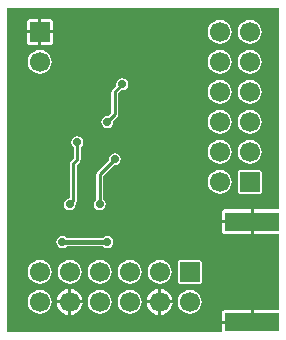
<source format=gbr>
G04 Layer_Physical_Order=2*
G04 Layer_Color=16711680*
%FSLAX24Y24*%
%MOIN*%
%TF.FileFunction,Copper,L2,Bot,Signal*%
%TF.Part,Single*%
G01*
G75*
%TA.AperFunction,Conductor*%
%ADD11C,0.0100*%
%TA.AperFunction,ConnectorPad*%
%ADD14R,0.1811X0.0630*%
%TA.AperFunction,Conductor*%
%ADD20C,0.0150*%
%TA.AperFunction,ComponentPad*%
%ADD21C,0.0669*%
%ADD22R,0.0669X0.0669*%
%ADD23R,0.0669X0.0669*%
%TA.AperFunction,ViaPad*%
%ADD24C,0.0276*%
G36*
X2988Y2097D02*
X2984Y2094D01*
X2129D01*
Y1677D01*
Y1260D01*
X2984D01*
X2988Y1257D01*
Y-1253D01*
X2984Y-1256D01*
X2129D01*
Y-1673D01*
X2079D01*
Y-1723D01*
X1071D01*
Y-1988D01*
X1062Y-1999D01*
X-6099D01*
Y8799D01*
X2988D01*
Y2097D01*
D02*
G37*
%LPC*%
G36*
X335Y399D02*
X-335D01*
X-380Y380D01*
X-399Y335D01*
Y-335D01*
X-380Y-380D01*
X-335Y-399D01*
X335D01*
X380Y-380D01*
X399Y-335D01*
Y335D01*
X380Y380D01*
X335Y399D01*
D02*
G37*
G36*
X-5000Y398D02*
X-5103Y384D01*
X-5199Y345D01*
X-5281Y281D01*
X-5345Y199D01*
X-5384Y103D01*
X-5398Y0D01*
X-5384Y-103D01*
X-5345Y-199D01*
X-5281Y-281D01*
X-5199Y-345D01*
X-5103Y-384D01*
X-5000Y-398D01*
X-4897Y-384D01*
X-4801Y-345D01*
X-4719Y-281D01*
X-4655Y-199D01*
X-4616Y-103D01*
X-4602Y0D01*
X-4616Y103D01*
X-4655Y199D01*
X-4719Y281D01*
X-4801Y345D01*
X-4897Y384D01*
X-5000Y398D01*
D02*
G37*
G36*
X-950Y-568D02*
Y-950D01*
X-568D01*
X-577Y-887D01*
X-620Y-781D01*
X-690Y-690D01*
X-781Y-620D01*
X-887Y-577D01*
X-950Y-568D01*
D02*
G37*
G36*
X-1050D02*
X-1113Y-577D01*
X-1219Y-620D01*
X-1310Y-690D01*
X-1380Y-781D01*
X-1423Y-887D01*
X-1432Y-950D01*
X-1050D01*
Y-568D01*
D02*
G37*
G36*
X-3950D02*
Y-950D01*
X-3568D01*
X-3577Y-887D01*
X-3620Y-781D01*
X-3690Y-690D01*
X-3781Y-620D01*
X-3887Y-577D01*
X-3950Y-568D01*
D02*
G37*
G36*
X-1000Y398D02*
X-1103Y384D01*
X-1199Y345D01*
X-1281Y281D01*
X-1345Y199D01*
X-1384Y103D01*
X-1398Y0D01*
X-1384Y-103D01*
X-1345Y-199D01*
X-1281Y-281D01*
X-1199Y-345D01*
X-1103Y-384D01*
X-1000Y-398D01*
X-897Y-384D01*
X-801Y-345D01*
X-719Y-281D01*
X-655Y-199D01*
X-616Y-103D01*
X-602Y0D01*
X-616Y103D01*
X-655Y199D01*
X-719Y281D01*
X-801Y345D01*
X-897Y384D01*
X-1000Y398D01*
D02*
G37*
G36*
X-2750Y1202D02*
X-2827Y1186D01*
X-2892Y1142D01*
X-2896Y1137D01*
X-4104D01*
X-4108Y1142D01*
X-4173Y1186D01*
X-4250Y1202D01*
X-4327Y1186D01*
X-4392Y1142D01*
X-4436Y1077D01*
X-4452Y1000D01*
X-4436Y923D01*
X-4392Y858D01*
X-4327Y814D01*
X-4250Y798D01*
X-4173Y814D01*
X-4108Y858D01*
X-4104Y863D01*
X-2896D01*
X-2892Y858D01*
X-2827Y814D01*
X-2750Y798D01*
X-2673Y814D01*
X-2608Y858D01*
X-2564Y923D01*
X-2548Y1000D01*
X-2564Y1077D01*
X-2608Y1142D01*
X-2673Y1186D01*
X-2750Y1202D01*
D02*
G37*
G36*
X-2000Y398D02*
X-2103Y384D01*
X-2199Y345D01*
X-2281Y281D01*
X-2345Y199D01*
X-2384Y103D01*
X-2398Y0D01*
X-2384Y-103D01*
X-2345Y-199D01*
X-2281Y-281D01*
X-2199Y-345D01*
X-2103Y-384D01*
X-2000Y-398D01*
X-1897Y-384D01*
X-1801Y-345D01*
X-1719Y-281D01*
X-1655Y-199D01*
X-1616Y-103D01*
X-1602Y0D01*
X-1616Y103D01*
X-1655Y199D01*
X-1719Y281D01*
X-1801Y345D01*
X-1897Y384D01*
X-2000Y398D01*
D02*
G37*
G36*
X-4000D02*
X-4103Y384D01*
X-4199Y345D01*
X-4281Y281D01*
X-4345Y199D01*
X-4384Y103D01*
X-4398Y0D01*
X-4384Y-103D01*
X-4345Y-199D01*
X-4281Y-281D01*
X-4199Y-345D01*
X-4103Y-384D01*
X-4000Y-398D01*
X-3897Y-384D01*
X-3801Y-345D01*
X-3719Y-281D01*
X-3655Y-199D01*
X-3616Y-103D01*
X-3602Y0D01*
X-3616Y103D01*
X-3655Y199D01*
X-3719Y281D01*
X-3801Y345D01*
X-3897Y384D01*
X-4000Y398D01*
D02*
G37*
G36*
X-3000D02*
X-3103Y384D01*
X-3199Y345D01*
X-3281Y281D01*
X-3345Y199D01*
X-3384Y103D01*
X-3398Y0D01*
X-3384Y-103D01*
X-3345Y-199D01*
X-3281Y-281D01*
X-3199Y-345D01*
X-3103Y-384D01*
X-3000Y-398D01*
X-2897Y-384D01*
X-2801Y-345D01*
X-2719Y-281D01*
X-2655Y-199D01*
X-2616Y-103D01*
X-2602Y0D01*
X-2616Y103D01*
X-2655Y199D01*
X-2719Y281D01*
X-2801Y345D01*
X-2897Y384D01*
X-3000Y398D01*
D02*
G37*
G36*
X-3568Y-1050D02*
X-3950D01*
Y-1432D01*
X-3887Y-1423D01*
X-3781Y-1380D01*
X-3690Y-1310D01*
X-3620Y-1219D01*
X-3577Y-1113D01*
X-3568Y-1050D01*
D02*
G37*
G36*
X-568D02*
X-950D01*
Y-1432D01*
X-887Y-1423D01*
X-781Y-1380D01*
X-690Y-1310D01*
X-620Y-1219D01*
X-577Y-1113D01*
X-568Y-1050D01*
D02*
G37*
G36*
X-1050D02*
X-1432D01*
X-1423Y-1113D01*
X-1380Y-1219D01*
X-1310Y-1310D01*
X-1219Y-1380D01*
X-1113Y-1423D01*
X-1050Y-1432D01*
Y-1050D01*
D02*
G37*
G36*
X2029Y-1256D02*
X1173D01*
X1134Y-1264D01*
X1101Y-1286D01*
X1079Y-1319D01*
X1071Y-1358D01*
Y-1623D01*
X2029D01*
Y-1256D01*
D02*
G37*
G36*
X-4050Y-1050D02*
X-4432D01*
X-4423Y-1113D01*
X-4380Y-1219D01*
X-4310Y-1310D01*
X-4219Y-1380D01*
X-4113Y-1423D01*
X-4050Y-1432D01*
Y-1050D01*
D02*
G37*
G36*
X-2000Y-602D02*
X-2103Y-616D01*
X-2199Y-655D01*
X-2281Y-719D01*
X-2345Y-801D01*
X-2384Y-897D01*
X-2398Y-1000D01*
X-2384Y-1103D01*
X-2345Y-1199D01*
X-2281Y-1281D01*
X-2199Y-1345D01*
X-2103Y-1384D01*
X-2000Y-1398D01*
X-1897Y-1384D01*
X-1801Y-1345D01*
X-1719Y-1281D01*
X-1655Y-1199D01*
X-1616Y-1103D01*
X-1602Y-1000D01*
X-1616Y-897D01*
X-1655Y-801D01*
X-1719Y-719D01*
X-1801Y-655D01*
X-1897Y-616D01*
X-2000Y-602D01*
D02*
G37*
G36*
X-4050Y-568D02*
X-4113Y-577D01*
X-4219Y-620D01*
X-4310Y-690D01*
X-4380Y-781D01*
X-4423Y-887D01*
X-4432Y-950D01*
X-4050D01*
Y-568D01*
D02*
G37*
G36*
X-3000Y-602D02*
X-3103Y-616D01*
X-3199Y-655D01*
X-3281Y-719D01*
X-3345Y-801D01*
X-3384Y-897D01*
X-3398Y-1000D01*
X-3384Y-1103D01*
X-3345Y-1199D01*
X-3281Y-1281D01*
X-3199Y-1345D01*
X-3103Y-1384D01*
X-3000Y-1398D01*
X-2897Y-1384D01*
X-2801Y-1345D01*
X-2719Y-1281D01*
X-2655Y-1199D01*
X-2616Y-1103D01*
X-2602Y-1000D01*
X-2616Y-897D01*
X-2655Y-801D01*
X-2719Y-719D01*
X-2801Y-655D01*
X-2897Y-616D01*
X-3000Y-602D01*
D02*
G37*
G36*
X0Y-602D02*
X-103Y-616D01*
X-199Y-655D01*
X-281Y-719D01*
X-345Y-801D01*
X-384Y-897D01*
X-398Y-1000D01*
X-384Y-1103D01*
X-345Y-1199D01*
X-281Y-1281D01*
X-199Y-1345D01*
X-103Y-1384D01*
X0Y-1398D01*
X103Y-1384D01*
X199Y-1345D01*
X281Y-1281D01*
X345Y-1199D01*
X384Y-1103D01*
X398Y-1000D01*
X384Y-897D01*
X345Y-801D01*
X281Y-719D01*
X199Y-655D01*
X103Y-616D01*
X0Y-602D01*
D02*
G37*
G36*
X-5000Y-602D02*
X-5103Y-616D01*
X-5199Y-655D01*
X-5281Y-719D01*
X-5345Y-801D01*
X-5384Y-897D01*
X-5398Y-1000D01*
X-5384Y-1103D01*
X-5345Y-1199D01*
X-5281Y-1281D01*
X-5199Y-1345D01*
X-5103Y-1384D01*
X-5000Y-1398D01*
X-4897Y-1384D01*
X-4801Y-1345D01*
X-4719Y-1281D01*
X-4655Y-1199D01*
X-4616Y-1103D01*
X-4602Y-1000D01*
X-4616Y-897D01*
X-4655Y-801D01*
X-4719Y-719D01*
X-4801Y-655D01*
X-4897Y-616D01*
X-5000Y-602D01*
D02*
G37*
G36*
X2029Y1627D02*
X1071D01*
Y1362D01*
X1079Y1323D01*
X1101Y1290D01*
X1134Y1268D01*
X1173Y1260D01*
X2029D01*
Y1627D01*
D02*
G37*
G36*
X2000Y7398D02*
X1897Y7384D01*
X1801Y7345D01*
X1719Y7281D01*
X1655Y7199D01*
X1616Y7103D01*
X1602Y7000D01*
X1616Y6897D01*
X1655Y6801D01*
X1719Y6719D01*
X1801Y6655D01*
X1897Y6616D01*
X2000Y6602D01*
X2103Y6616D01*
X2199Y6655D01*
X2281Y6719D01*
X2345Y6801D01*
X2384Y6897D01*
X2398Y7000D01*
X2384Y7103D01*
X2345Y7199D01*
X2281Y7281D01*
X2199Y7345D01*
X2103Y7384D01*
X2000Y7398D01*
D02*
G37*
G36*
X-5050Y7950D02*
X-5437D01*
Y7665D01*
X-5429Y7626D01*
X-5407Y7593D01*
X-5374Y7571D01*
X-5335Y7563D01*
X-5050D01*
Y7950D01*
D02*
G37*
G36*
X1000Y7398D02*
X897Y7384D01*
X801Y7345D01*
X719Y7281D01*
X655Y7199D01*
X616Y7103D01*
X602Y7000D01*
X616Y6897D01*
X655Y6801D01*
X719Y6719D01*
X801Y6655D01*
X897Y6616D01*
X1000Y6602D01*
X1103Y6616D01*
X1199Y6655D01*
X1281Y6719D01*
X1345Y6801D01*
X1384Y6897D01*
X1398Y7000D01*
X1384Y7103D01*
X1345Y7199D01*
X1281Y7281D01*
X1199Y7345D01*
X1103Y7384D01*
X1000Y7398D01*
D02*
G37*
G36*
X-2250Y6452D02*
X-2327Y6436D01*
X-2392Y6392D01*
X-2436Y6327D01*
X-2452Y6250D01*
X-2444Y6214D01*
X-2579Y6079D01*
X-2603Y6043D01*
X-2612Y6000D01*
Y5296D01*
X-2714Y5194D01*
X-2750Y5202D01*
X-2827Y5186D01*
X-2892Y5142D01*
X-2936Y5077D01*
X-2952Y5000D01*
X-2936Y4923D01*
X-2892Y4858D01*
X-2827Y4814D01*
X-2750Y4798D01*
X-2673Y4814D01*
X-2608Y4858D01*
X-2564Y4923D01*
X-2548Y5000D01*
X-2556Y5036D01*
X-2421Y5171D01*
X-2397Y5207D01*
X-2388Y5250D01*
Y5954D01*
X-2286Y6056D01*
X-2250Y6048D01*
X-2173Y6064D01*
X-2108Y6108D01*
X-2064Y6173D01*
X-2048Y6250D01*
X-2064Y6327D01*
X-2108Y6392D01*
X-2173Y6436D01*
X-2250Y6452D01*
D02*
G37*
G36*
X-5000Y7398D02*
X-5103Y7384D01*
X-5199Y7345D01*
X-5281Y7281D01*
X-5345Y7199D01*
X-5384Y7103D01*
X-5398Y7000D01*
X-5384Y6897D01*
X-5345Y6801D01*
X-5281Y6719D01*
X-5199Y6655D01*
X-5103Y6616D01*
X-5000Y6602D01*
X-4897Y6616D01*
X-4801Y6655D01*
X-4719Y6719D01*
X-4655Y6801D01*
X-4616Y6897D01*
X-4602Y7000D01*
X-4616Y7103D01*
X-4655Y7199D01*
X-4719Y7281D01*
X-4801Y7345D01*
X-4897Y7384D01*
X-5000Y7398D01*
D02*
G37*
G36*
X-5050Y8437D02*
X-5335D01*
X-5374Y8429D01*
X-5407Y8407D01*
X-5429Y8374D01*
X-5437Y8335D01*
Y8050D01*
X-5050D01*
Y8437D01*
D02*
G37*
G36*
X-4665D02*
X-4950D01*
Y8050D01*
X-4563D01*
Y8335D01*
X-4571Y8374D01*
X-4593Y8407D01*
X-4626Y8429D01*
X-4665Y8437D01*
D02*
G37*
G36*
X2000Y8398D02*
X1897Y8384D01*
X1801Y8345D01*
X1719Y8281D01*
X1655Y8199D01*
X1616Y8103D01*
X1602Y8000D01*
X1616Y7897D01*
X1655Y7801D01*
X1719Y7719D01*
X1801Y7655D01*
X1897Y7616D01*
X2000Y7602D01*
X2103Y7616D01*
X2199Y7655D01*
X2281Y7719D01*
X2345Y7801D01*
X2384Y7897D01*
X2398Y8000D01*
X2384Y8103D01*
X2345Y8199D01*
X2281Y8281D01*
X2199Y8345D01*
X2103Y8384D01*
X2000Y8398D01*
D02*
G37*
G36*
X-4563Y7950D02*
X-4950D01*
Y7563D01*
X-4665D01*
X-4626Y7571D01*
X-4593Y7593D01*
X-4571Y7626D01*
X-4563Y7665D01*
Y7950D01*
D02*
G37*
G36*
X1000Y8398D02*
X897Y8384D01*
X801Y8345D01*
X719Y8281D01*
X655Y8199D01*
X616Y8103D01*
X602Y8000D01*
X616Y7897D01*
X655Y7801D01*
X719Y7719D01*
X801Y7655D01*
X897Y7616D01*
X1000Y7602D01*
X1103Y7616D01*
X1199Y7655D01*
X1281Y7719D01*
X1345Y7801D01*
X1384Y7897D01*
X1398Y8000D01*
X1384Y8103D01*
X1345Y8199D01*
X1281Y8281D01*
X1199Y8345D01*
X1103Y8384D01*
X1000Y8398D01*
D02*
G37*
G36*
X2000Y6398D02*
X1897Y6384D01*
X1801Y6345D01*
X1719Y6281D01*
X1655Y6199D01*
X1616Y6103D01*
X1602Y6000D01*
X1616Y5897D01*
X1655Y5801D01*
X1719Y5719D01*
X1801Y5655D01*
X1897Y5616D01*
X2000Y5602D01*
X2103Y5616D01*
X2199Y5655D01*
X2281Y5719D01*
X2345Y5801D01*
X2384Y5897D01*
X2398Y6000D01*
X2384Y6103D01*
X2345Y6199D01*
X2281Y6281D01*
X2199Y6345D01*
X2103Y6384D01*
X2000Y6398D01*
D02*
G37*
G36*
X1000Y3398D02*
X897Y3384D01*
X801Y3345D01*
X719Y3281D01*
X655Y3199D01*
X616Y3103D01*
X602Y3000D01*
X616Y2897D01*
X655Y2801D01*
X719Y2719D01*
X801Y2655D01*
X897Y2616D01*
X1000Y2602D01*
X1103Y2616D01*
X1199Y2655D01*
X1281Y2719D01*
X1345Y2801D01*
X1384Y2897D01*
X1398Y3000D01*
X1384Y3103D01*
X1345Y3199D01*
X1281Y3281D01*
X1199Y3345D01*
X1103Y3384D01*
X1000Y3398D01*
D02*
G37*
G36*
X-2500Y3952D02*
X-2577Y3936D01*
X-2642Y3892D01*
X-2686Y3827D01*
X-2702Y3750D01*
X-2694Y3714D01*
X-3079Y3329D01*
X-3103Y3293D01*
X-3112Y3250D01*
Y2413D01*
X-3142Y2392D01*
X-3186Y2327D01*
X-3202Y2250D01*
X-3186Y2173D01*
X-3142Y2108D01*
X-3077Y2064D01*
X-3000Y2048D01*
X-2923Y2064D01*
X-2858Y2108D01*
X-2814Y2173D01*
X-2798Y2250D01*
X-2814Y2327D01*
X-2858Y2392D01*
X-2888Y2413D01*
Y3204D01*
X-2536Y3556D01*
X-2500Y3548D01*
X-2423Y3564D01*
X-2358Y3608D01*
X-2314Y3673D01*
X-2298Y3750D01*
X-2314Y3827D01*
X-2358Y3892D01*
X-2423Y3936D01*
X-2500Y3952D01*
D02*
G37*
G36*
X2335Y3399D02*
X1665D01*
X1620Y3380D01*
X1601Y3335D01*
Y2665D01*
X1620Y2620D01*
X1665Y2601D01*
X2335D01*
X2380Y2620D01*
X2399Y2665D01*
Y3335D01*
X2380Y3380D01*
X2335Y3399D01*
D02*
G37*
G36*
X2029Y2094D02*
X1173D01*
X1134Y2086D01*
X1101Y2064D01*
X1079Y2031D01*
X1071Y1992D01*
Y1727D01*
X2029D01*
Y2094D01*
D02*
G37*
G36*
X-3750Y4516D02*
X-3827Y4501D01*
X-3892Y4457D01*
X-3936Y4392D01*
X-3952Y4315D01*
X-3936Y4237D01*
X-3892Y4172D01*
X-3862Y4152D01*
Y3796D01*
X-3967Y3691D01*
X-3991Y3655D01*
X-4000Y3612D01*
Y2452D01*
X-4077Y2436D01*
X-4142Y2392D01*
X-4186Y2327D01*
X-4202Y2250D01*
X-4186Y2173D01*
X-4142Y2108D01*
X-4077Y2064D01*
X-4000Y2048D01*
X-3923Y2064D01*
X-3858Y2108D01*
X-3814Y2173D01*
X-3798Y2250D01*
X-3806Y2287D01*
X-3785Y2319D01*
X-3776Y2362D01*
Y3566D01*
X-3671Y3671D01*
X-3647Y3707D01*
X-3638Y3750D01*
Y4152D01*
X-3608Y4172D01*
X-3564Y4237D01*
X-3548Y4315D01*
X-3564Y4392D01*
X-3608Y4457D01*
X-3673Y4501D01*
X-3750Y4516D01*
D02*
G37*
G36*
X2000Y5398D02*
X1897Y5384D01*
X1801Y5345D01*
X1719Y5281D01*
X1655Y5199D01*
X1616Y5103D01*
X1602Y5000D01*
X1616Y4897D01*
X1655Y4801D01*
X1719Y4719D01*
X1801Y4655D01*
X1897Y4616D01*
X2000Y4602D01*
X2103Y4616D01*
X2199Y4655D01*
X2281Y4719D01*
X2345Y4801D01*
X2384Y4897D01*
X2398Y5000D01*
X2384Y5103D01*
X2345Y5199D01*
X2281Y5281D01*
X2199Y5345D01*
X2103Y5384D01*
X2000Y5398D01*
D02*
G37*
G36*
X1000Y6398D02*
X897Y6384D01*
X801Y6345D01*
X719Y6281D01*
X655Y6199D01*
X616Y6103D01*
X602Y6000D01*
X616Y5897D01*
X655Y5801D01*
X719Y5719D01*
X801Y5655D01*
X897Y5616D01*
X1000Y5602D01*
X1103Y5616D01*
X1199Y5655D01*
X1281Y5719D01*
X1345Y5801D01*
X1384Y5897D01*
X1398Y6000D01*
X1384Y6103D01*
X1345Y6199D01*
X1281Y6281D01*
X1199Y6345D01*
X1103Y6384D01*
X1000Y6398D01*
D02*
G37*
G36*
Y5398D02*
X897Y5384D01*
X801Y5345D01*
X719Y5281D01*
X655Y5199D01*
X616Y5103D01*
X602Y5000D01*
X616Y4897D01*
X655Y4801D01*
X719Y4719D01*
X801Y4655D01*
X897Y4616D01*
X1000Y4602D01*
X1103Y4616D01*
X1199Y4655D01*
X1281Y4719D01*
X1345Y4801D01*
X1384Y4897D01*
X1398Y5000D01*
X1384Y5103D01*
X1345Y5199D01*
X1281Y5281D01*
X1199Y5345D01*
X1103Y5384D01*
X1000Y5398D01*
D02*
G37*
G36*
Y4398D02*
X897Y4384D01*
X801Y4345D01*
X719Y4281D01*
X655Y4199D01*
X616Y4103D01*
X602Y4000D01*
X616Y3897D01*
X655Y3801D01*
X719Y3719D01*
X801Y3655D01*
X897Y3616D01*
X1000Y3602D01*
X1103Y3616D01*
X1199Y3655D01*
X1281Y3719D01*
X1345Y3801D01*
X1384Y3897D01*
X1398Y4000D01*
X1384Y4103D01*
X1345Y4199D01*
X1281Y4281D01*
X1199Y4345D01*
X1103Y4384D01*
X1000Y4398D01*
D02*
G37*
G36*
X2000D02*
X1897Y4384D01*
X1801Y4345D01*
X1719Y4281D01*
X1655Y4199D01*
X1616Y4103D01*
X1602Y4000D01*
X1616Y3897D01*
X1655Y3801D01*
X1719Y3719D01*
X1801Y3655D01*
X1897Y3616D01*
X2000Y3602D01*
X2103Y3616D01*
X2199Y3655D01*
X2281Y3719D01*
X2345Y3801D01*
X2384Y3897D01*
X2398Y4000D01*
X2384Y4103D01*
X2345Y4199D01*
X2281Y4281D01*
X2199Y4345D01*
X2103Y4384D01*
X2000Y4398D01*
D02*
G37*
%LPD*%
D11*
X-3750Y3750D02*
Y4315D01*
X-3888Y3612D02*
X-3750Y3750D01*
X-3000Y2250D02*
Y3250D01*
X-2500Y3750D01*
X-4000Y2250D02*
X-3888Y2362D01*
Y3612D01*
X-2750Y5000D02*
X-2500Y5250D01*
Y6000D01*
X-2250Y6250D01*
D14*
X2079Y1677D02*
D03*
Y-1673D02*
D03*
D20*
X-4250Y1000D02*
X-2750D01*
D21*
X-3000Y-1000D02*
D03*
Y0D02*
D03*
X-1000D02*
D03*
X-2000D02*
D03*
X0Y-1000D02*
D03*
X-1000D02*
D03*
X-2000D02*
D03*
X-4000Y0D02*
D03*
Y-1000D02*
D03*
X-5000D02*
D03*
Y0D02*
D03*
X1000Y6000D02*
D03*
X2000D02*
D03*
Y4000D02*
D03*
Y5000D02*
D03*
X1000Y3000D02*
D03*
Y4000D02*
D03*
Y5000D02*
D03*
X2000Y7000D02*
D03*
X1000D02*
D03*
Y8000D02*
D03*
X2000D02*
D03*
X-5000Y7000D02*
D03*
D22*
X0Y0D02*
D03*
D23*
X2000Y3000D02*
D03*
X-5000Y8000D02*
D03*
D24*
X400Y3300D02*
D03*
X-5800Y4400D02*
D03*
X-4500Y4600D02*
D03*
X-3750Y4315D02*
D03*
X-3388Y4750D02*
D03*
X-3000Y2250D02*
D03*
X-4000D02*
D03*
X-2500Y3750D02*
D03*
X-2750Y5000D02*
D03*
X-2250Y6250D02*
D03*
X-4250Y1000D02*
D03*
X-2750D02*
D03*
X-2800Y5500D02*
D03*
X-3031Y4016D02*
D03*
X-3500Y2200D02*
D03*
X-1500Y6300D02*
D03*
X-400D02*
D03*
X200Y8500D02*
D03*
X-900Y8100D02*
D03*
X-2000Y8500D02*
D03*
X-3100Y8200D02*
D03*
X-4200Y8500D02*
D03*
Y7400D02*
D03*
X-5700Y2300D02*
D03*
X-4600Y1900D02*
D03*
X-3500Y500D02*
D03*
X-2100Y1000D02*
D03*
X-500Y800D02*
D03*
X2500D02*
D03*
Y-800D02*
D03*
X600Y-1600D02*
D03*
Y2000D02*
D03*
X400Y4200D02*
D03*
X-500Y3200D02*
D03*
X-1300Y3700D02*
D03*
X2700Y3500D02*
D03*
Y2400D02*
D03*
Y8400D02*
D03*
X1400Y800D02*
D03*
X1300Y-800D02*
D03*
X-3500Y6700D02*
D03*
X-3900Y5900D02*
D03*
X-4500Y3600D02*
D03*
X-2300Y3400D02*
D03*
X-2400Y2000D02*
D03*
X-5100Y700D02*
D03*
X-5500Y6400D02*
D03*
X-1300Y2400D02*
D03*
%TF.MD5,204d92f1cf6cab97b8f1b1d028a9b0f3*%
M02*

</source>
